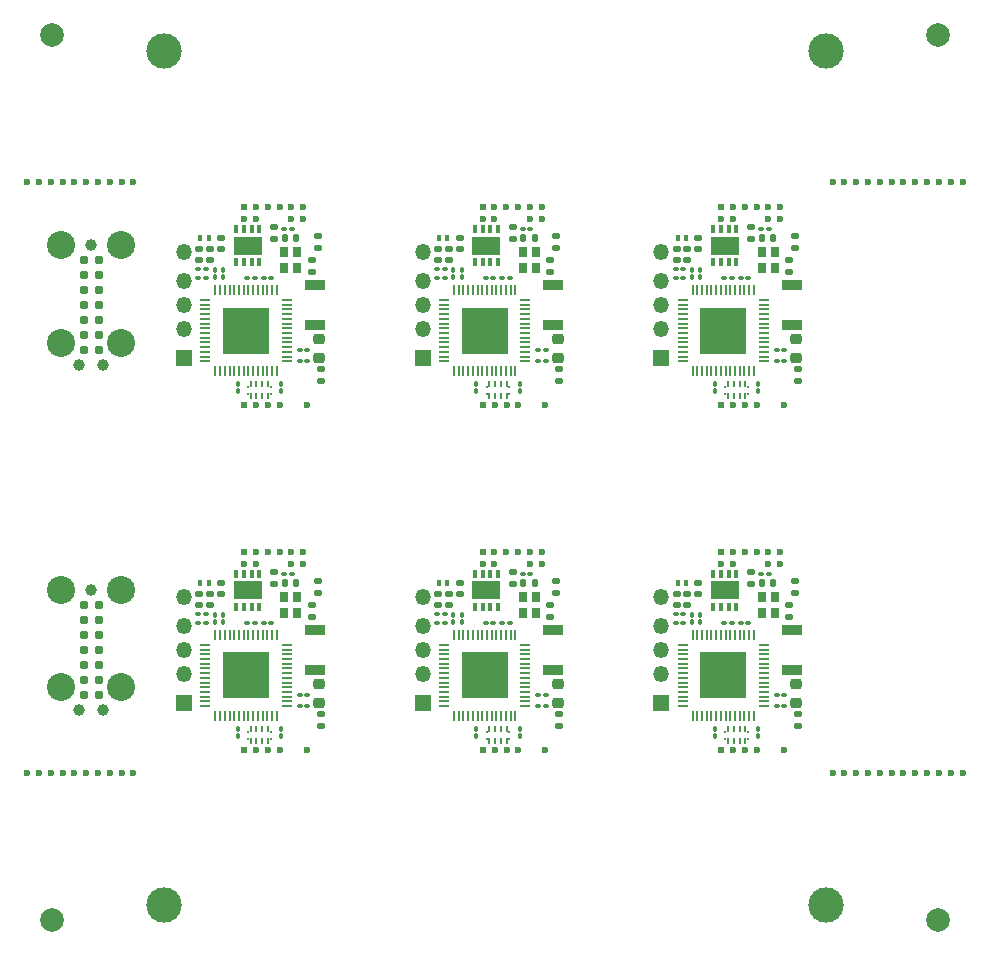
<source format=gts>
G04 #@! TF.GenerationSoftware,KiCad,Pcbnew,9.0.0-9.0.0-2~ubuntu24.04.1*
G04 #@! TF.CreationDate,2025-03-16T16:10:10-04:00*
G04 #@! TF.ProjectId,panel9,70616e65-6c39-42e6-9b69-6361645f7063,rev?*
G04 #@! TF.SameCoordinates,Original*
G04 #@! TF.FileFunction,Soldermask,Top*
G04 #@! TF.FilePolarity,Negative*
%FSLAX46Y46*%
G04 Gerber Fmt 4.6, Leading zero omitted, Abs format (unit mm)*
G04 Created by KiCad (PCBNEW 9.0.0-9.0.0-2~ubuntu24.04.1) date 2025-03-16 16:10:10*
%MOMM*%
%LPD*%
G01*
G04 APERTURE LIST*
G04 Aperture macros list*
%AMRoundRect*
0 Rectangle with rounded corners*
0 $1 Rounding radius*
0 $2 $3 $4 $5 $6 $7 $8 $9 X,Y pos of 4 corners*
0 Add a 4 corners polygon primitive as box body*
4,1,4,$2,$3,$4,$5,$6,$7,$8,$9,$2,$3,0*
0 Add four circle primitives for the rounded corners*
1,1,$1+$1,$2,$3*
1,1,$1+$1,$4,$5*
1,1,$1+$1,$6,$7*
1,1,$1+$1,$8,$9*
0 Add four rect primitives between the rounded corners*
20,1,$1+$1,$2,$3,$4,$5,0*
20,1,$1+$1,$4,$5,$6,$7,0*
20,1,$1+$1,$6,$7,$8,$9,0*
20,1,$1+$1,$8,$9,$2,$3,0*%
G04 Aperture macros list end*
%ADD10RoundRect,0.100000X-0.130000X-0.100000X0.130000X-0.100000X0.130000X0.100000X-0.130000X0.100000X0*%
%ADD11RoundRect,0.135000X0.185000X-0.135000X0.185000X0.135000X-0.185000X0.135000X-0.185000X-0.135000X0*%
%ADD12R,0.200000X0.600000*%
%ADD13R,0.200000X0.200000*%
%ADD14RoundRect,0.100000X0.130000X0.100000X-0.130000X0.100000X-0.130000X-0.100000X0.130000X-0.100000X0*%
%ADD15C,0.600000*%
%ADD16R,0.350000X0.650000*%
%ADD17R,2.350000X1.600000*%
%ADD18R,0.300000X0.500000*%
%ADD19RoundRect,0.050000X-0.387500X-0.050000X0.387500X-0.050000X0.387500X0.050000X-0.387500X0.050000X0*%
%ADD20RoundRect,0.050000X-0.050000X-0.387500X0.050000X-0.387500X0.050000X0.387500X-0.050000X0.387500X0*%
%ADD21R,4.000000X4.000000*%
%ADD22RoundRect,0.140000X-0.170000X0.140000X-0.170000X-0.140000X0.170000X-0.140000X0.170000X0.140000X0*%
%ADD23RoundRect,0.100000X0.100000X-0.130000X0.100000X0.130000X-0.100000X0.130000X-0.100000X-0.130000X0*%
%ADD24C,2.000000*%
%ADD25RoundRect,0.218750X-0.256250X0.218750X-0.256250X-0.218750X0.256250X-0.218750X0.256250X0.218750X0*%
%ADD26R,1.700000X0.900000*%
%ADD27RoundRect,0.100000X-0.100000X0.130000X-0.100000X-0.130000X0.100000X-0.130000X0.100000X0.130000X0*%
%ADD28R,0.600000X0.600000*%
%ADD29O,0.600000X0.600000*%
%ADD30R,1.350000X1.350000*%
%ADD31O,1.350000X1.350000*%
%ADD32RoundRect,0.140000X0.170000X-0.140000X0.170000X0.140000X-0.170000X0.140000X-0.170000X-0.140000X0*%
%ADD33C,3.000000*%
%ADD34R,0.800000X0.900000*%
%ADD35RoundRect,0.135000X-0.185000X0.135000X-0.185000X-0.135000X0.185000X-0.135000X0.185000X0.135000X0*%
%ADD36RoundRect,0.140000X-0.140000X-0.170000X0.140000X-0.170000X0.140000X0.170000X-0.140000X0.170000X0*%
%ADD37C,2.374900*%
%ADD38C,0.990600*%
%ADD39C,0.787400*%
G04 APERTURE END LIST*
D10*
G04 #@! TO.C,C11*
X43685000Y-58440000D03*
X44325000Y-58440000D03*
G04 #@! TD*
D11*
G04 #@! TO.C,R4*
X21310000Y-48980000D03*
X21310000Y-47960000D03*
G04 #@! TD*
D12*
G04 #@! TO.C,U4*
X19320000Y-33106117D03*
D13*
X19120000Y-32906117D03*
D12*
X19820000Y-33106117D03*
X20320000Y-33106117D03*
X20820000Y-33106117D03*
D13*
X21020000Y-32906117D03*
X21020000Y-32306117D03*
D12*
X20820000Y-32106117D03*
X20320000Y-32106117D03*
X19820000Y-32106117D03*
D13*
X19120000Y-32306117D03*
D12*
X19320000Y-32106117D03*
G04 #@! TD*
D14*
G04 #@! TO.C,C9*
X19660000Y-23080000D03*
X19020000Y-23080000D03*
G04 #@! TD*
D10*
G04 #@! TO.C,C11*
X63885000Y-29240000D03*
X64525000Y-29240000D03*
G04 #@! TD*
D15*
G04 #@! TO.C,*
X76600000Y-15000000D03*
G04 #@! TD*
D16*
G04 #@! TO.C,U1*
X38310000Y-21730000D03*
X38960000Y-21730000D03*
X39610000Y-21730000D03*
X40260000Y-21730000D03*
X40260000Y-18980000D03*
X39610000Y-18980000D03*
X38960000Y-18980000D03*
X38310000Y-18980000D03*
D17*
X39285000Y-20355000D03*
G04 #@! TD*
D14*
G04 #@! TO.C,C2*
X55950000Y-52285000D03*
X55310000Y-52285000D03*
G04 #@! TD*
D18*
G04 #@! TO.C,D1*
X56180000Y-48945000D03*
X55480000Y-48945000D03*
G04 #@! TD*
G04 #@! TO.C,D1*
X15780000Y-19745000D03*
X15080000Y-19745000D03*
G04 #@! TD*
D19*
G04 #@! TO.C,U2*
X35700000Y-24960000D03*
X35700000Y-25360000D03*
X35700000Y-25760000D03*
X35700000Y-26160000D03*
X35700000Y-26560000D03*
X35700000Y-26960000D03*
X35700000Y-27360000D03*
X35700000Y-27760000D03*
X35700000Y-28160000D03*
X35700000Y-28560000D03*
X35700000Y-28960000D03*
X35700000Y-29360000D03*
X35700000Y-29760000D03*
X35700000Y-30160000D03*
D20*
X36537500Y-30997500D03*
X36937500Y-30997500D03*
X37337500Y-30997500D03*
X37737500Y-30997500D03*
X38137500Y-30997500D03*
X38537500Y-30997500D03*
X38937500Y-30997500D03*
X39337500Y-30997500D03*
X39737500Y-30997500D03*
X40137500Y-30997500D03*
X40537500Y-30997500D03*
X40937500Y-30997500D03*
X41337500Y-30997500D03*
X41737500Y-30997500D03*
D19*
X42575000Y-30160000D03*
X42575000Y-29760000D03*
X42575000Y-29360000D03*
X42575000Y-28960000D03*
X42575000Y-28560000D03*
X42575000Y-28160000D03*
X42575000Y-27760000D03*
X42575000Y-27360000D03*
X42575000Y-26960000D03*
X42575000Y-26560000D03*
X42575000Y-26160000D03*
X42575000Y-25760000D03*
X42575000Y-25360000D03*
X42575000Y-24960000D03*
D20*
X41737500Y-24122500D03*
X41337500Y-24122500D03*
X40937500Y-24122500D03*
X40537500Y-24122500D03*
X40137500Y-24122500D03*
X39737500Y-24122500D03*
X39337500Y-24122500D03*
X38937500Y-24122500D03*
X38537500Y-24122500D03*
X38137500Y-24122500D03*
X37737500Y-24122500D03*
X37337500Y-24122500D03*
X36937500Y-24122500D03*
X36537500Y-24122500D03*
D21*
X39137500Y-27560000D03*
G04 #@! TD*
D10*
G04 #@! TO.C,C11*
X23485000Y-58440000D03*
X24125000Y-58440000D03*
G04 #@! TD*
D22*
G04 #@! TO.C,C16*
X16830000Y-19715000D03*
X16830000Y-20675000D03*
G04 #@! TD*
D10*
G04 #@! TO.C,C10*
X63870000Y-59350000D03*
X64510000Y-59350000D03*
G04 #@! TD*
D23*
G04 #@! TO.C,C8*
X36480000Y-52260000D03*
X36480000Y-51620000D03*
G04 #@! TD*
D10*
G04 #@! TO.C,C15*
X62560000Y-18930000D03*
X63200000Y-18930000D03*
G04 #@! TD*
D23*
G04 #@! TO.C,C7*
X57380000Y-52255000D03*
X57380000Y-51615000D03*
G04 #@! TD*
D24*
G04 #@! TO.C,KiKit_TO_1*
X2500000Y-2500000D03*
G04 #@! TD*
D14*
G04 #@! TO.C,C9*
X60060000Y-52280000D03*
X59420000Y-52280000D03*
G04 #@! TD*
D11*
G04 #@! TO.C,R1*
X45190000Y-49770000D03*
X45190000Y-48750000D03*
G04 #@! TD*
D25*
G04 #@! TO.C,D6*
X65520000Y-28312500D03*
X65520000Y-29887500D03*
G04 #@! TD*
D19*
G04 #@! TO.C,U2*
X15500000Y-24960000D03*
X15500000Y-25360000D03*
X15500000Y-25760000D03*
X15500000Y-26160000D03*
X15500000Y-26560000D03*
X15500000Y-26960000D03*
X15500000Y-27360000D03*
X15500000Y-27760000D03*
X15500000Y-28160000D03*
X15500000Y-28560000D03*
X15500000Y-28960000D03*
X15500000Y-29360000D03*
X15500000Y-29760000D03*
X15500000Y-30160000D03*
D20*
X16337500Y-30997500D03*
X16737500Y-30997500D03*
X17137500Y-30997500D03*
X17537500Y-30997500D03*
X17937500Y-30997500D03*
X18337500Y-30997500D03*
X18737500Y-30997500D03*
X19137500Y-30997500D03*
X19537500Y-30997500D03*
X19937500Y-30997500D03*
X20337500Y-30997500D03*
X20737500Y-30997500D03*
X21137500Y-30997500D03*
X21537500Y-30997500D03*
D19*
X22375000Y-30160000D03*
X22375000Y-29760000D03*
X22375000Y-29360000D03*
X22375000Y-28960000D03*
X22375000Y-28560000D03*
X22375000Y-28160000D03*
X22375000Y-27760000D03*
X22375000Y-27360000D03*
X22375000Y-26960000D03*
X22375000Y-26560000D03*
X22375000Y-26160000D03*
X22375000Y-25760000D03*
X22375000Y-25360000D03*
X22375000Y-24960000D03*
D20*
X21537500Y-24122500D03*
X21137500Y-24122500D03*
X20737500Y-24122500D03*
X20337500Y-24122500D03*
X19937500Y-24122500D03*
X19537500Y-24122500D03*
X19137500Y-24122500D03*
X18737500Y-24122500D03*
X18337500Y-24122500D03*
X17937500Y-24122500D03*
X17537500Y-24122500D03*
X17137500Y-24122500D03*
X16737500Y-24122500D03*
X16337500Y-24122500D03*
D21*
X18937500Y-27560000D03*
G04 #@! TD*
D15*
G04 #@! TO.C,REF\u002A\u002A*
X79600000Y-15000000D03*
G04 #@! TD*
D26*
G04 #@! TO.C,SW1*
X44950000Y-23700000D03*
X44950000Y-27100000D03*
G04 #@! TD*
D15*
G04 #@! TO.C,*
X75600000Y-15000000D03*
G04 #@! TD*
D14*
G04 #@! TO.C,C9*
X60060000Y-23080000D03*
X59420000Y-23080000D03*
G04 #@! TD*
D15*
G04 #@! TO.C,*
X72600000Y-15000000D03*
G04 #@! TD*
D14*
G04 #@! TO.C,C2*
X15550000Y-23085000D03*
X14910000Y-23085000D03*
G04 #@! TD*
D16*
G04 #@! TO.C,U1*
X18110000Y-50930000D03*
X18760000Y-50930000D03*
X19410000Y-50930000D03*
X20060000Y-50930000D03*
X20060000Y-48180000D03*
X19410000Y-48180000D03*
X18760000Y-48180000D03*
X18110000Y-48180000D03*
D17*
X19085000Y-49555000D03*
G04 #@! TD*
D26*
G04 #@! TO.C,SW1*
X65150000Y-52900000D03*
X65150000Y-56300000D03*
G04 #@! TD*
D27*
G04 #@! TO.C,C1*
X18220000Y-32070000D03*
X18220000Y-32710000D03*
G04 #@! TD*
D10*
G04 #@! TO.C,C10*
X43670000Y-30150000D03*
X44310000Y-30150000D03*
G04 #@! TD*
D14*
G04 #@! TO.C,C9*
X39860000Y-23080000D03*
X39220000Y-23080000D03*
G04 #@! TD*
G04 #@! TO.C,C2*
X35750000Y-23085000D03*
X35110000Y-23085000D03*
G04 #@! TD*
D24*
G04 #@! TO.C,KiKit_TO_3*
X2500000Y-77500000D03*
G04 #@! TD*
D28*
G04 #@! TO.C,J3*
X18790000Y-33900000D03*
D29*
X19790000Y-33900000D03*
X20790000Y-33900000D03*
X21790000Y-33900000D03*
G04 #@! TD*
D30*
G04 #@! TO.C,J1*
X54100000Y-29900000D03*
D31*
X54100000Y-27400000D03*
X54100000Y-25400000D03*
X54100000Y-23400000D03*
X54100000Y-20900000D03*
G04 #@! TD*
D19*
G04 #@! TO.C,U2*
X35700000Y-54160000D03*
X35700000Y-54560000D03*
X35700000Y-54960000D03*
X35700000Y-55360000D03*
X35700000Y-55760000D03*
X35700000Y-56160000D03*
X35700000Y-56560000D03*
X35700000Y-56960000D03*
X35700000Y-57360000D03*
X35700000Y-57760000D03*
X35700000Y-58160000D03*
X35700000Y-58560000D03*
X35700000Y-58960000D03*
X35700000Y-59360000D03*
D20*
X36537500Y-60197500D03*
X36937500Y-60197500D03*
X37337500Y-60197500D03*
X37737500Y-60197500D03*
X38137500Y-60197500D03*
X38537500Y-60197500D03*
X38937500Y-60197500D03*
X39337500Y-60197500D03*
X39737500Y-60197500D03*
X40137500Y-60197500D03*
X40537500Y-60197500D03*
X40937500Y-60197500D03*
X41337500Y-60197500D03*
X41737500Y-60197500D03*
D19*
X42575000Y-59360000D03*
X42575000Y-58960000D03*
X42575000Y-58560000D03*
X42575000Y-58160000D03*
X42575000Y-57760000D03*
X42575000Y-57360000D03*
X42575000Y-56960000D03*
X42575000Y-56560000D03*
X42575000Y-56160000D03*
X42575000Y-55760000D03*
X42575000Y-55360000D03*
X42575000Y-54960000D03*
X42575000Y-54560000D03*
X42575000Y-54160000D03*
D20*
X41737500Y-53322500D03*
X41337500Y-53322500D03*
X40937500Y-53322500D03*
X40537500Y-53322500D03*
X40137500Y-53322500D03*
X39737500Y-53322500D03*
X39337500Y-53322500D03*
X38937500Y-53322500D03*
X38537500Y-53322500D03*
X38137500Y-53322500D03*
X37737500Y-53322500D03*
X37337500Y-53322500D03*
X36937500Y-53322500D03*
X36537500Y-53322500D03*
D21*
X39137500Y-56760000D03*
G04 #@! TD*
D28*
G04 #@! TO.C,J3*
X38990000Y-33900000D03*
D29*
X39990000Y-33900000D03*
X40990000Y-33900000D03*
X41990000Y-33900000D03*
G04 #@! TD*
D15*
G04 #@! TO.C,J4*
X24070000Y-33900000D03*
G04 #@! TD*
G04 #@! TO.C,*
X70600000Y-65000000D03*
G04 #@! TD*
D23*
G04 #@! TO.C,C8*
X56680000Y-52260000D03*
X56680000Y-51620000D03*
G04 #@! TD*
D15*
G04 #@! TO.C,*
X8400000Y-15000000D03*
G04 #@! TD*
D10*
G04 #@! TO.C,C10*
X43670000Y-59350000D03*
X44310000Y-59350000D03*
G04 #@! TD*
D32*
G04 #@! TO.C,C18*
X24510000Y-22570000D03*
X24510000Y-21610000D03*
G04 #@! TD*
D10*
G04 #@! TO.C,C12*
X20420000Y-23080000D03*
X21060000Y-23080000D03*
G04 #@! TD*
G04 #@! TO.C,C12*
X20420000Y-52280000D03*
X21060000Y-52280000D03*
G04 #@! TD*
D15*
G04 #@! TO.C,*
X74600000Y-15000000D03*
G04 #@! TD*
D11*
G04 #@! TO.C,R4*
X41510000Y-48980000D03*
X41510000Y-47960000D03*
G04 #@! TD*
D14*
G04 #@! TO.C,C2*
X55950000Y-23085000D03*
X55310000Y-23085000D03*
G04 #@! TD*
D27*
G04 #@! TO.C,C1*
X38420000Y-61270000D03*
X38420000Y-61910000D03*
G04 #@! TD*
D33*
G04 #@! TO.C,KiKit_FID_T_2*
X68000000Y-3850000D03*
G04 #@! TD*
D30*
G04 #@! TO.C,J1*
X54100000Y-59100000D03*
D31*
X54100000Y-56600000D03*
X54100000Y-54600000D03*
X54100000Y-52600000D03*
X54100000Y-50100000D03*
G04 #@! TD*
D25*
G04 #@! TO.C,D6*
X45320000Y-28312500D03*
X45320000Y-29887500D03*
G04 #@! TD*
D15*
G04 #@! TO.C,*
X3400000Y-65000000D03*
G04 #@! TD*
D32*
G04 #@! TO.C,C4*
X14990000Y-21605000D03*
X14990000Y-20645000D03*
G04 #@! TD*
D25*
G04 #@! TO.C,D6*
X25120000Y-57512500D03*
X25120000Y-59087500D03*
G04 #@! TD*
D16*
G04 #@! TO.C,U1*
X38310000Y-50930000D03*
X38960000Y-50930000D03*
X39610000Y-50930000D03*
X40260000Y-50930000D03*
X40260000Y-48180000D03*
X39610000Y-48180000D03*
X38960000Y-48180000D03*
X38310000Y-48180000D03*
D17*
X39285000Y-49555000D03*
G04 #@! TD*
D27*
G04 #@! TO.C,C6*
X62320000Y-61260000D03*
X62320000Y-61900000D03*
G04 #@! TD*
D15*
G04 #@! TO.C,*
X3400000Y-15000000D03*
G04 #@! TD*
D30*
G04 #@! TO.C,J1*
X33900000Y-59100000D03*
D31*
X33900000Y-56600000D03*
X33900000Y-54600000D03*
X33900000Y-52600000D03*
X33900000Y-50100000D03*
G04 #@! TD*
D10*
G04 #@! TO.C,C15*
X42360000Y-48130000D03*
X43000000Y-48130000D03*
G04 #@! TD*
D27*
G04 #@! TO.C,C6*
X42120000Y-61260000D03*
X42120000Y-61900000D03*
G04 #@! TD*
D30*
G04 #@! TO.C,J1*
X13700000Y-29900000D03*
D31*
X13700000Y-27400000D03*
X13700000Y-25400000D03*
X13700000Y-23400000D03*
X13700000Y-20900000D03*
G04 #@! TD*
D11*
G04 #@! TO.C,R4*
X61710000Y-48980000D03*
X61710000Y-47960000D03*
G04 #@! TD*
D34*
G04 #@! TO.C,Y1*
X42390000Y-50100000D03*
X42390000Y-51500000D03*
X43490000Y-51500000D03*
X43490000Y-50100000D03*
G04 #@! TD*
D30*
G04 #@! TO.C,J1*
X33900000Y-29900000D03*
D31*
X33900000Y-27400000D03*
X33900000Y-25400000D03*
X33900000Y-23400000D03*
X33900000Y-20900000D03*
G04 #@! TD*
D18*
G04 #@! TO.C,D1*
X35980000Y-48945000D03*
X35280000Y-48945000D03*
G04 #@! TD*
D35*
G04 #@! TO.C,R11*
X65670000Y-60020000D03*
X65670000Y-61040000D03*
G04 #@! TD*
D10*
G04 #@! TO.C,C15*
X22160000Y-48130000D03*
X22800000Y-48130000D03*
G04 #@! TD*
D28*
G04 #@! TO.C,J3*
X38990000Y-63100000D03*
D29*
X39990000Y-63100000D03*
X40990000Y-63100000D03*
X41990000Y-63100000D03*
G04 #@! TD*
D12*
G04 #@! TO.C,U4*
X59720000Y-33106117D03*
D13*
X59520000Y-32906117D03*
D12*
X60220000Y-33106117D03*
X60720000Y-33106117D03*
X61220000Y-33106117D03*
D13*
X61420000Y-32906117D03*
X61420000Y-32306117D03*
D12*
X61220000Y-32106117D03*
X60720000Y-32106117D03*
X60220000Y-32106117D03*
D13*
X59520000Y-32306117D03*
D12*
X59720000Y-32106117D03*
G04 #@! TD*
D11*
G04 #@! TO.C,R1*
X24990000Y-49770000D03*
X24990000Y-48750000D03*
G04 #@! TD*
D15*
G04 #@! TO.C,J4*
X44270000Y-33900000D03*
G04 #@! TD*
D27*
G04 #@! TO.C,C6*
X21920000Y-32060000D03*
X21920000Y-32700000D03*
G04 #@! TD*
D32*
G04 #@! TO.C,C4*
X14990000Y-50805000D03*
X14990000Y-49845000D03*
G04 #@! TD*
D15*
G04 #@! TO.C,J4*
X44270000Y-63100000D03*
G04 #@! TD*
D26*
G04 #@! TO.C,SW1*
X44950000Y-52900000D03*
X44950000Y-56300000D03*
G04 #@! TD*
D23*
G04 #@! TO.C,C7*
X16980000Y-23055000D03*
X16980000Y-22415000D03*
G04 #@! TD*
D15*
G04 #@! TO.C,*
X78600000Y-15000000D03*
G04 #@! TD*
G04 #@! TO.C,*
X69600000Y-65000000D03*
G04 #@! TD*
D32*
G04 #@! TO.C,C4*
X35190000Y-21605000D03*
X35190000Y-20645000D03*
G04 #@! TD*
D35*
G04 #@! TO.C,R11*
X25270000Y-60020000D03*
X25270000Y-61040000D03*
G04 #@! TD*
D26*
G04 #@! TO.C,SW1*
X65150000Y-23700000D03*
X65150000Y-27100000D03*
G04 #@! TD*
D36*
G04 #@! TO.C,C19*
X42410000Y-48940000D03*
X43370000Y-48940000D03*
G04 #@! TD*
D23*
G04 #@! TO.C,C8*
X16280000Y-52260000D03*
X16280000Y-51620000D03*
G04 #@! TD*
D14*
G04 #@! TO.C,C3*
X15550000Y-22385000D03*
X14910000Y-22385000D03*
G04 #@! TD*
D15*
G04 #@! TO.C,*
X7400000Y-65000000D03*
G04 #@! TD*
D22*
G04 #@! TO.C,C16*
X37030000Y-48915000D03*
X37030000Y-49875000D03*
G04 #@! TD*
D10*
G04 #@! TO.C,C12*
X60820000Y-52280000D03*
X61460000Y-52280000D03*
G04 #@! TD*
D37*
G04 #@! TO.C,REF\u002A\u002A*
X8390000Y-20320000D03*
D38*
X5850000Y-20320000D03*
D37*
X3310000Y-20320000D03*
X8390000Y-28575000D03*
X3310000Y-28575000D03*
D38*
X6866000Y-30480000D03*
X4834000Y-30480000D03*
D39*
X5215000Y-21590000D03*
X5215000Y-22860000D03*
X5215000Y-24130000D03*
X5215000Y-25400000D03*
X5215000Y-26670000D03*
X5215000Y-27940000D03*
X5215000Y-29210000D03*
X6485000Y-29210000D03*
X6485000Y-27940000D03*
X6485000Y-26670000D03*
X6485000Y-25400000D03*
X6485000Y-24130000D03*
X6485000Y-22860000D03*
X6485000Y-21590000D03*
G04 #@! TD*
D14*
G04 #@! TO.C,C9*
X19660000Y-52280000D03*
X19020000Y-52280000D03*
G04 #@! TD*
D32*
G04 #@! TO.C,C18*
X44710000Y-51770000D03*
X44710000Y-50810000D03*
G04 #@! TD*
D10*
G04 #@! TO.C,C10*
X23470000Y-30150000D03*
X24110000Y-30150000D03*
G04 #@! TD*
D15*
G04 #@! TO.C,*
X4400000Y-65000000D03*
G04 #@! TD*
D33*
G04 #@! TO.C,KiKit_FID_T_3*
X12000000Y-76150000D03*
G04 #@! TD*
D10*
G04 #@! TO.C,C10*
X23470000Y-59350000D03*
X24110000Y-59350000D03*
G04 #@! TD*
D23*
G04 #@! TO.C,C8*
X16280000Y-23060000D03*
X16280000Y-22420000D03*
G04 #@! TD*
D14*
G04 #@! TO.C,C3*
X55950000Y-22385000D03*
X55310000Y-22385000D03*
G04 #@! TD*
D16*
G04 #@! TO.C,U1*
X58510000Y-21730000D03*
X59160000Y-21730000D03*
X59810000Y-21730000D03*
X60460000Y-21730000D03*
X60460000Y-18980000D03*
X59810000Y-18980000D03*
X59160000Y-18980000D03*
X58510000Y-18980000D03*
D17*
X59485000Y-20355000D03*
G04 #@! TD*
D25*
G04 #@! TO.C,D6*
X25120000Y-28312500D03*
X25120000Y-29887500D03*
G04 #@! TD*
D14*
G04 #@! TO.C,C9*
X39860000Y-52280000D03*
X39220000Y-52280000D03*
G04 #@! TD*
D23*
G04 #@! TO.C,C8*
X56680000Y-23060000D03*
X56680000Y-22420000D03*
G04 #@! TD*
G04 #@! TO.C,C7*
X57380000Y-23055000D03*
X57380000Y-22415000D03*
G04 #@! TD*
D15*
G04 #@! TO.C,*
X77600000Y-65000000D03*
G04 #@! TD*
D23*
G04 #@! TO.C,C8*
X36480000Y-23060000D03*
X36480000Y-22420000D03*
G04 #@! TD*
D10*
G04 #@! TO.C,C11*
X23485000Y-29240000D03*
X24125000Y-29240000D03*
G04 #@! TD*
G04 #@! TO.C,C15*
X42360000Y-18930000D03*
X43000000Y-18930000D03*
G04 #@! TD*
D27*
G04 #@! TO.C,C1*
X58620000Y-32070000D03*
X58620000Y-32710000D03*
G04 #@! TD*
D22*
G04 #@! TO.C,C16*
X16830000Y-48915000D03*
X16830000Y-49875000D03*
G04 #@! TD*
D32*
G04 #@! TO.C,C17*
X56310000Y-50805000D03*
X56310000Y-49845000D03*
G04 #@! TD*
D23*
G04 #@! TO.C,C7*
X16980000Y-52255000D03*
X16980000Y-51615000D03*
G04 #@! TD*
D27*
G04 #@! TO.C,C1*
X38420000Y-32070000D03*
X38420000Y-32710000D03*
G04 #@! TD*
D15*
G04 #@! TO.C,*
X7400000Y-15000000D03*
G04 #@! TD*
D14*
G04 #@! TO.C,C2*
X15550000Y-52285000D03*
X14910000Y-52285000D03*
G04 #@! TD*
D28*
G04 #@! TO.C,J3*
X59190000Y-63100000D03*
D29*
X60190000Y-63100000D03*
X61190000Y-63100000D03*
X62190000Y-63100000D03*
G04 #@! TD*
D22*
G04 #@! TO.C,C16*
X57230000Y-19715000D03*
X57230000Y-20675000D03*
G04 #@! TD*
D15*
G04 #@! TO.C,*
X400000Y-15000000D03*
G04 #@! TD*
D34*
G04 #@! TO.C,Y1*
X42390000Y-20900000D03*
X42390000Y-22300000D03*
X43490000Y-22300000D03*
X43490000Y-20900000D03*
G04 #@! TD*
D35*
G04 #@! TO.C,R11*
X45470000Y-60020000D03*
X45470000Y-61040000D03*
G04 #@! TD*
D22*
G04 #@! TO.C,C16*
X57230000Y-48915000D03*
X57230000Y-49875000D03*
G04 #@! TD*
D32*
G04 #@! TO.C,C18*
X64910000Y-51770000D03*
X64910000Y-50810000D03*
G04 #@! TD*
D15*
G04 #@! TO.C,*
X2400000Y-65000000D03*
G04 #@! TD*
G04 #@! TO.C,*
X2400000Y-15000000D03*
G04 #@! TD*
D12*
G04 #@! TO.C,U4*
X39520000Y-33106117D03*
D13*
X39320000Y-32906117D03*
D12*
X40020000Y-33106117D03*
X40520000Y-33106117D03*
X41020000Y-33106117D03*
D13*
X41220000Y-32906117D03*
X41220000Y-32306117D03*
D12*
X41020000Y-32106117D03*
X40520000Y-32106117D03*
X40020000Y-32106117D03*
D13*
X39320000Y-32306117D03*
D12*
X39520000Y-32106117D03*
G04 #@! TD*
D23*
G04 #@! TO.C,C7*
X37180000Y-52255000D03*
X37180000Y-51615000D03*
G04 #@! TD*
D14*
G04 #@! TO.C,C3*
X35750000Y-22385000D03*
X35110000Y-22385000D03*
G04 #@! TD*
D15*
G04 #@! TO.C,*
X5400000Y-15000000D03*
G04 #@! TD*
G04 #@! TO.C,*
X5400000Y-65000000D03*
G04 #@! TD*
D37*
G04 #@! TO.C,REF\u002A\u002A*
X8390000Y-49520000D03*
D38*
X5850000Y-49520000D03*
D37*
X3310000Y-49520000D03*
X8390000Y-57775000D03*
X3310000Y-57775000D03*
D38*
X6866000Y-59680000D03*
X4834000Y-59680000D03*
D39*
X5215000Y-50790000D03*
X5215000Y-52060000D03*
X5215000Y-53330000D03*
X5215000Y-54600000D03*
X5215000Y-55870000D03*
X5215000Y-57140000D03*
X5215000Y-58410000D03*
X6485000Y-58410000D03*
X6485000Y-57140000D03*
X6485000Y-55870000D03*
X6485000Y-54600000D03*
X6485000Y-53330000D03*
X6485000Y-52060000D03*
X6485000Y-50790000D03*
G04 #@! TD*
D19*
G04 #@! TO.C,U2*
X55900000Y-24960000D03*
X55900000Y-25360000D03*
X55900000Y-25760000D03*
X55900000Y-26160000D03*
X55900000Y-26560000D03*
X55900000Y-26960000D03*
X55900000Y-27360000D03*
X55900000Y-27760000D03*
X55900000Y-28160000D03*
X55900000Y-28560000D03*
X55900000Y-28960000D03*
X55900000Y-29360000D03*
X55900000Y-29760000D03*
X55900000Y-30160000D03*
D20*
X56737500Y-30997500D03*
X57137500Y-30997500D03*
X57537500Y-30997500D03*
X57937500Y-30997500D03*
X58337500Y-30997500D03*
X58737500Y-30997500D03*
X59137500Y-30997500D03*
X59537500Y-30997500D03*
X59937500Y-30997500D03*
X60337500Y-30997500D03*
X60737500Y-30997500D03*
X61137500Y-30997500D03*
X61537500Y-30997500D03*
X61937500Y-30997500D03*
D19*
X62775000Y-30160000D03*
X62775000Y-29760000D03*
X62775000Y-29360000D03*
X62775000Y-28960000D03*
X62775000Y-28560000D03*
X62775000Y-28160000D03*
X62775000Y-27760000D03*
X62775000Y-27360000D03*
X62775000Y-26960000D03*
X62775000Y-26560000D03*
X62775000Y-26160000D03*
X62775000Y-25760000D03*
X62775000Y-25360000D03*
X62775000Y-24960000D03*
D20*
X61937500Y-24122500D03*
X61537500Y-24122500D03*
X61137500Y-24122500D03*
X60737500Y-24122500D03*
X60337500Y-24122500D03*
X59937500Y-24122500D03*
X59537500Y-24122500D03*
X59137500Y-24122500D03*
X58737500Y-24122500D03*
X58337500Y-24122500D03*
X57937500Y-24122500D03*
X57537500Y-24122500D03*
X57137500Y-24122500D03*
X56737500Y-24122500D03*
D21*
X59337500Y-27560000D03*
G04 #@! TD*
D15*
G04 #@! TO.C,*
X6400000Y-65000000D03*
G04 #@! TD*
D32*
G04 #@! TO.C,C18*
X24510000Y-51770000D03*
X24510000Y-50810000D03*
G04 #@! TD*
D15*
G04 #@! TO.C,*
X68600000Y-65000000D03*
G04 #@! TD*
D25*
G04 #@! TO.C,D6*
X65520000Y-57512500D03*
X65520000Y-59087500D03*
G04 #@! TD*
D27*
G04 #@! TO.C,C1*
X18220000Y-61270000D03*
X18220000Y-61910000D03*
G04 #@! TD*
D15*
G04 #@! TO.C,*
X68600000Y-15000000D03*
G04 #@! TD*
D36*
G04 #@! TO.C,C19*
X22210000Y-19740000D03*
X23170000Y-19740000D03*
G04 #@! TD*
D15*
G04 #@! TO.C,J4*
X24070000Y-63100000D03*
G04 #@! TD*
D18*
G04 #@! TO.C,D1*
X15780000Y-48945000D03*
X15080000Y-48945000D03*
G04 #@! TD*
D14*
G04 #@! TO.C,C3*
X55950000Y-51585000D03*
X55310000Y-51585000D03*
G04 #@! TD*
D18*
G04 #@! TO.C,D1*
X56180000Y-19745000D03*
X55480000Y-19745000D03*
G04 #@! TD*
D35*
G04 #@! TO.C,R11*
X25270000Y-30820000D03*
X25270000Y-31840000D03*
G04 #@! TD*
D12*
G04 #@! TO.C,U4*
X19320000Y-62306117D03*
D13*
X19120000Y-62106117D03*
D12*
X19820000Y-62306117D03*
X20320000Y-62306117D03*
X20820000Y-62306117D03*
D13*
X21020000Y-62106117D03*
X21020000Y-61506117D03*
D12*
X20820000Y-61306117D03*
X20320000Y-61306117D03*
X19820000Y-61306117D03*
D13*
X19120000Y-61506117D03*
D12*
X19320000Y-61306117D03*
G04 #@! TD*
D15*
G04 #@! TO.C,J4*
X64470000Y-63100000D03*
G04 #@! TD*
G04 #@! TO.C,*
X6400000Y-15000000D03*
G04 #@! TD*
D11*
G04 #@! TO.C,R1*
X65390000Y-20570000D03*
X65390000Y-19550000D03*
G04 #@! TD*
D27*
G04 #@! TO.C,C1*
X58620000Y-61270000D03*
X58620000Y-61910000D03*
G04 #@! TD*
D32*
G04 #@! TO.C,C4*
X55390000Y-21605000D03*
X55390000Y-20645000D03*
G04 #@! TD*
D11*
G04 #@! TO.C,R4*
X61710000Y-19780000D03*
X61710000Y-18760000D03*
G04 #@! TD*
D28*
G04 #@! TO.C,J3*
X18790000Y-63100000D03*
D29*
X19790000Y-63100000D03*
X20790000Y-63100000D03*
X21790000Y-63100000D03*
G04 #@! TD*
D11*
G04 #@! TO.C,R1*
X65390000Y-49770000D03*
X65390000Y-48750000D03*
G04 #@! TD*
D32*
G04 #@! TO.C,C18*
X44710000Y-22570000D03*
X44710000Y-21610000D03*
G04 #@! TD*
G04 #@! TO.C,C17*
X36110000Y-50805000D03*
X36110000Y-49845000D03*
G04 #@! TD*
D25*
G04 #@! TO.C,D6*
X45320000Y-57512500D03*
X45320000Y-59087500D03*
G04 #@! TD*
D19*
G04 #@! TO.C,U2*
X15500000Y-54160000D03*
X15500000Y-54560000D03*
X15500000Y-54960000D03*
X15500000Y-55360000D03*
X15500000Y-55760000D03*
X15500000Y-56160000D03*
X15500000Y-56560000D03*
X15500000Y-56960000D03*
X15500000Y-57360000D03*
X15500000Y-57760000D03*
X15500000Y-58160000D03*
X15500000Y-58560000D03*
X15500000Y-58960000D03*
X15500000Y-59360000D03*
D20*
X16337500Y-60197500D03*
X16737500Y-60197500D03*
X17137500Y-60197500D03*
X17537500Y-60197500D03*
X17937500Y-60197500D03*
X18337500Y-60197500D03*
X18737500Y-60197500D03*
X19137500Y-60197500D03*
X19537500Y-60197500D03*
X19937500Y-60197500D03*
X20337500Y-60197500D03*
X20737500Y-60197500D03*
X21137500Y-60197500D03*
X21537500Y-60197500D03*
D19*
X22375000Y-59360000D03*
X22375000Y-58960000D03*
X22375000Y-58560000D03*
X22375000Y-58160000D03*
X22375000Y-57760000D03*
X22375000Y-57360000D03*
X22375000Y-56960000D03*
X22375000Y-56560000D03*
X22375000Y-56160000D03*
X22375000Y-55760000D03*
X22375000Y-55360000D03*
X22375000Y-54960000D03*
X22375000Y-54560000D03*
X22375000Y-54160000D03*
D20*
X21537500Y-53322500D03*
X21137500Y-53322500D03*
X20737500Y-53322500D03*
X20337500Y-53322500D03*
X19937500Y-53322500D03*
X19537500Y-53322500D03*
X19137500Y-53322500D03*
X18737500Y-53322500D03*
X18337500Y-53322500D03*
X17937500Y-53322500D03*
X17537500Y-53322500D03*
X17137500Y-53322500D03*
X16737500Y-53322500D03*
X16337500Y-53322500D03*
D21*
X18937500Y-56760000D03*
G04 #@! TD*
D34*
G04 #@! TO.C,Y1*
X62590000Y-20900000D03*
X62590000Y-22300000D03*
X63690000Y-22300000D03*
X63690000Y-20900000D03*
G04 #@! TD*
D26*
G04 #@! TO.C,SW1*
X24750000Y-23700000D03*
X24750000Y-27100000D03*
G04 #@! TD*
D33*
G04 #@! TO.C,KiKit_FID_T_4*
X68000000Y-76150000D03*
G04 #@! TD*
D35*
G04 #@! TO.C,R11*
X45470000Y-30820000D03*
X45470000Y-31840000D03*
G04 #@! TD*
D15*
G04 #@! TO.C,*
X8400000Y-65000000D03*
G04 #@! TD*
D34*
G04 #@! TO.C,Y1*
X22190000Y-50100000D03*
X22190000Y-51500000D03*
X23290000Y-51500000D03*
X23290000Y-50100000D03*
G04 #@! TD*
D16*
G04 #@! TO.C,U1*
X18110000Y-21730000D03*
X18760000Y-21730000D03*
X19410000Y-21730000D03*
X20060000Y-21730000D03*
X20060000Y-18980000D03*
X19410000Y-18980000D03*
X18760000Y-18980000D03*
X18110000Y-18980000D03*
D17*
X19085000Y-20355000D03*
G04 #@! TD*
D32*
G04 #@! TO.C,C17*
X15910000Y-50805000D03*
X15910000Y-49845000D03*
G04 #@! TD*
D15*
G04 #@! TO.C,*
X69600000Y-15000000D03*
G04 #@! TD*
D12*
G04 #@! TO.C,U4*
X39520000Y-62306117D03*
D13*
X39320000Y-62106117D03*
D12*
X40020000Y-62306117D03*
X40520000Y-62306117D03*
X41020000Y-62306117D03*
D13*
X41220000Y-62106117D03*
X41220000Y-61506117D03*
D12*
X41020000Y-61306117D03*
X40520000Y-61306117D03*
X40020000Y-61306117D03*
D13*
X39320000Y-61506117D03*
D12*
X39520000Y-61306117D03*
G04 #@! TD*
D34*
G04 #@! TO.C,Y1*
X22190000Y-20900000D03*
X22190000Y-22300000D03*
X23290000Y-22300000D03*
X23290000Y-20900000D03*
G04 #@! TD*
D36*
G04 #@! TO.C,C19*
X42410000Y-19740000D03*
X43370000Y-19740000D03*
G04 #@! TD*
D15*
G04 #@! TO.C,*
X76600000Y-65000000D03*
G04 #@! TD*
G04 #@! TO.C,*
X9400000Y-15000000D03*
G04 #@! TD*
D12*
G04 #@! TO.C,U4*
X59720000Y-62306117D03*
D13*
X59520000Y-62106117D03*
D12*
X60220000Y-62306117D03*
X60720000Y-62306117D03*
X61220000Y-62306117D03*
D13*
X61420000Y-62106117D03*
X61420000Y-61506117D03*
D12*
X61220000Y-61306117D03*
X60720000Y-61306117D03*
X60220000Y-61306117D03*
D13*
X59520000Y-61506117D03*
D12*
X59720000Y-61306117D03*
G04 #@! TD*
D34*
G04 #@! TO.C,Y1*
X62590000Y-50100000D03*
X62590000Y-51500000D03*
X63690000Y-51500000D03*
X63690000Y-50100000D03*
G04 #@! TD*
D15*
G04 #@! TO.C,*
X1400000Y-65000000D03*
G04 #@! TD*
D14*
G04 #@! TO.C,C3*
X15550000Y-51585000D03*
X14910000Y-51585000D03*
G04 #@! TD*
D15*
G04 #@! TO.C,*
X78600000Y-65000000D03*
G04 #@! TD*
D35*
G04 #@! TO.C,R11*
X65670000Y-30820000D03*
X65670000Y-31840000D03*
G04 #@! TD*
D10*
G04 #@! TO.C,C11*
X63885000Y-58440000D03*
X64525000Y-58440000D03*
G04 #@! TD*
D32*
G04 #@! TO.C,C17*
X56310000Y-21605000D03*
X56310000Y-20645000D03*
G04 #@! TD*
D36*
G04 #@! TO.C,C19*
X22210000Y-48940000D03*
X23170000Y-48940000D03*
G04 #@! TD*
D15*
G04 #@! TO.C,*
X73600000Y-15000000D03*
G04 #@! TD*
D10*
G04 #@! TO.C,C11*
X43685000Y-29240000D03*
X44325000Y-29240000D03*
G04 #@! TD*
D18*
G04 #@! TO.C,D1*
X35980000Y-19745000D03*
X35280000Y-19745000D03*
G04 #@! TD*
D15*
G04 #@! TO.C,*
X400000Y-65000000D03*
G04 #@! TD*
D10*
G04 #@! TO.C,C15*
X62560000Y-48130000D03*
X63200000Y-48130000D03*
G04 #@! TD*
G04 #@! TO.C,C15*
X22160000Y-18930000D03*
X22800000Y-18930000D03*
G04 #@! TD*
D22*
G04 #@! TO.C,C16*
X37030000Y-19715000D03*
X37030000Y-20675000D03*
G04 #@! TD*
D19*
G04 #@! TO.C,U2*
X55900000Y-54160000D03*
X55900000Y-54560000D03*
X55900000Y-54960000D03*
X55900000Y-55360000D03*
X55900000Y-55760000D03*
X55900000Y-56160000D03*
X55900000Y-56560000D03*
X55900000Y-56960000D03*
X55900000Y-57360000D03*
X55900000Y-57760000D03*
X55900000Y-58160000D03*
X55900000Y-58560000D03*
X55900000Y-58960000D03*
X55900000Y-59360000D03*
D20*
X56737500Y-60197500D03*
X57137500Y-60197500D03*
X57537500Y-60197500D03*
X57937500Y-60197500D03*
X58337500Y-60197500D03*
X58737500Y-60197500D03*
X59137500Y-60197500D03*
X59537500Y-60197500D03*
X59937500Y-60197500D03*
X60337500Y-60197500D03*
X60737500Y-60197500D03*
X61137500Y-60197500D03*
X61537500Y-60197500D03*
X61937500Y-60197500D03*
D19*
X62775000Y-59360000D03*
X62775000Y-58960000D03*
X62775000Y-58560000D03*
X62775000Y-58160000D03*
X62775000Y-57760000D03*
X62775000Y-57360000D03*
X62775000Y-56960000D03*
X62775000Y-56560000D03*
X62775000Y-56160000D03*
X62775000Y-55760000D03*
X62775000Y-55360000D03*
X62775000Y-54960000D03*
X62775000Y-54560000D03*
X62775000Y-54160000D03*
D20*
X61937500Y-53322500D03*
X61537500Y-53322500D03*
X61137500Y-53322500D03*
X60737500Y-53322500D03*
X60337500Y-53322500D03*
X59937500Y-53322500D03*
X59537500Y-53322500D03*
X59137500Y-53322500D03*
X58737500Y-53322500D03*
X58337500Y-53322500D03*
X57937500Y-53322500D03*
X57537500Y-53322500D03*
X57137500Y-53322500D03*
X56737500Y-53322500D03*
D21*
X59337500Y-56760000D03*
G04 #@! TD*
D10*
G04 #@! TO.C,C10*
X63870000Y-30150000D03*
X64510000Y-30150000D03*
G04 #@! TD*
G04 #@! TO.C,C12*
X60820000Y-23080000D03*
X61460000Y-23080000D03*
G04 #@! TD*
D15*
G04 #@! TO.C,*
X71600000Y-15000000D03*
G04 #@! TD*
G04 #@! TO.C,*
X70600000Y-15000000D03*
G04 #@! TD*
G04 #@! TO.C,J4*
X64470000Y-33900000D03*
G04 #@! TD*
D27*
G04 #@! TO.C,C6*
X62320000Y-32060000D03*
X62320000Y-32700000D03*
G04 #@! TD*
D24*
G04 #@! TO.C,KiKit_TO_4*
X77500000Y-77500000D03*
G04 #@! TD*
D32*
G04 #@! TO.C,C18*
X64910000Y-22570000D03*
X64910000Y-21610000D03*
G04 #@! TD*
D11*
G04 #@! TO.C,R1*
X45190000Y-20570000D03*
X45190000Y-19550000D03*
G04 #@! TD*
D33*
G04 #@! TO.C,KiKit_FID_T_1*
X12000000Y-3850000D03*
G04 #@! TD*
D27*
G04 #@! TO.C,C6*
X42120000Y-32060000D03*
X42120000Y-32700000D03*
G04 #@! TD*
D14*
G04 #@! TO.C,C3*
X35750000Y-51585000D03*
X35110000Y-51585000D03*
G04 #@! TD*
D23*
G04 #@! TO.C,C7*
X37180000Y-23055000D03*
X37180000Y-22415000D03*
G04 #@! TD*
D28*
G04 #@! TO.C,J3*
X59190000Y-33900000D03*
D29*
X60190000Y-33900000D03*
X61190000Y-33900000D03*
X62190000Y-33900000D03*
G04 #@! TD*
D26*
G04 #@! TO.C,SW1*
X24750000Y-52900000D03*
X24750000Y-56300000D03*
G04 #@! TD*
D15*
G04 #@! TO.C,*
X4400000Y-15000000D03*
G04 #@! TD*
G04 #@! TO.C,*
X74600000Y-65000000D03*
G04 #@! TD*
D36*
G04 #@! TO.C,C19*
X62610000Y-19740000D03*
X63570000Y-19740000D03*
G04 #@! TD*
D15*
G04 #@! TO.C,*
X9400000Y-65000000D03*
G04 #@! TD*
D11*
G04 #@! TO.C,R4*
X21310000Y-19780000D03*
X21310000Y-18760000D03*
G04 #@! TD*
D27*
G04 #@! TO.C,C6*
X21920000Y-61260000D03*
X21920000Y-61900000D03*
G04 #@! TD*
D24*
G04 #@! TO.C,KiKit_TO_2*
X77500000Y-2500000D03*
G04 #@! TD*
D32*
G04 #@! TO.C,C4*
X35190000Y-50805000D03*
X35190000Y-49845000D03*
G04 #@! TD*
D15*
G04 #@! TO.C,*
X1400000Y-15000000D03*
G04 #@! TD*
D14*
G04 #@! TO.C,C2*
X35750000Y-52285000D03*
X35110000Y-52285000D03*
G04 #@! TD*
D30*
G04 #@! TO.C,J1*
X13700000Y-59100000D03*
D31*
X13700000Y-56600000D03*
X13700000Y-54600000D03*
X13700000Y-52600000D03*
X13700000Y-50100000D03*
G04 #@! TD*
D32*
G04 #@! TO.C,C17*
X36110000Y-21605000D03*
X36110000Y-20645000D03*
G04 #@! TD*
D15*
G04 #@! TO.C,*
X77600000Y-15000000D03*
G04 #@! TD*
D10*
G04 #@! TO.C,C12*
X40620000Y-52280000D03*
X41260000Y-52280000D03*
G04 #@! TD*
D15*
G04 #@! TO.C,*
X75600000Y-65000000D03*
G04 #@! TD*
D32*
G04 #@! TO.C,C4*
X55390000Y-50805000D03*
X55390000Y-49845000D03*
G04 #@! TD*
D10*
G04 #@! TO.C,C12*
X40620000Y-23080000D03*
X41260000Y-23080000D03*
G04 #@! TD*
D11*
G04 #@! TO.C,R4*
X41510000Y-19780000D03*
X41510000Y-18760000D03*
G04 #@! TD*
D15*
G04 #@! TO.C,*
X71600000Y-65000000D03*
G04 #@! TD*
G04 #@! TO.C,*
X73600000Y-65000000D03*
G04 #@! TD*
D11*
G04 #@! TO.C,R1*
X24990000Y-20570000D03*
X24990000Y-19550000D03*
G04 #@! TD*
D16*
G04 #@! TO.C,U1*
X58510000Y-50930000D03*
X59160000Y-50930000D03*
X59810000Y-50930000D03*
X60460000Y-50930000D03*
X60460000Y-48180000D03*
X59810000Y-48180000D03*
X59160000Y-48180000D03*
X58510000Y-48180000D03*
D17*
X59485000Y-49555000D03*
G04 #@! TD*
D32*
G04 #@! TO.C,C17*
X15910000Y-21605000D03*
X15910000Y-20645000D03*
G04 #@! TD*
D36*
G04 #@! TO.C,C19*
X62610000Y-48940000D03*
X63570000Y-48940000D03*
G04 #@! TD*
D15*
G04 #@! TO.C,REF\u002A\u002A*
X79600000Y-65000000D03*
G04 #@! TD*
G04 #@! TO.C,*
X72600000Y-65000000D03*
G04 #@! TD*
D28*
G04 #@! TO.C,J2*
X18770000Y-17130000D03*
D29*
X18770000Y-18130000D03*
X19770000Y-17130000D03*
X19770000Y-18130000D03*
X20770000Y-17130000D03*
X21770000Y-17130000D03*
X22770000Y-17130000D03*
X22770000Y-18130000D03*
X23770000Y-17130000D03*
X23770000Y-18130000D03*
G04 #@! TD*
D28*
G04 #@! TO.C,J2*
X38970000Y-17130000D03*
D29*
X38970000Y-18130000D03*
X39970000Y-17130000D03*
X39970000Y-18130000D03*
X40970000Y-17130000D03*
X41970000Y-17130000D03*
X42970000Y-17130000D03*
X42970000Y-18130000D03*
X43970000Y-17130000D03*
X43970000Y-18130000D03*
G04 #@! TD*
D28*
G04 #@! TO.C,J2*
X38970000Y-46330000D03*
D29*
X38970000Y-47330000D03*
X39970000Y-46330000D03*
X39970000Y-47330000D03*
X40970000Y-46330000D03*
X41970000Y-46330000D03*
X42970000Y-46330000D03*
X42970000Y-47330000D03*
X43970000Y-46330000D03*
X43970000Y-47330000D03*
G04 #@! TD*
D28*
G04 #@! TO.C,J2*
X18770000Y-46330000D03*
D29*
X18770000Y-47330000D03*
X19770000Y-46330000D03*
X19770000Y-47330000D03*
X20770000Y-46330000D03*
X21770000Y-46330000D03*
X22770000Y-46330000D03*
X22770000Y-47330000D03*
X23770000Y-46330000D03*
X23770000Y-47330000D03*
G04 #@! TD*
D28*
G04 #@! TO.C,J2*
X59170000Y-17130000D03*
D29*
X59170000Y-18130000D03*
X60170000Y-17130000D03*
X60170000Y-18130000D03*
X61170000Y-17130000D03*
X62170000Y-17130000D03*
X63170000Y-17130000D03*
X63170000Y-18130000D03*
X64170000Y-17130000D03*
X64170000Y-18130000D03*
G04 #@! TD*
D28*
G04 #@! TO.C,J2*
X59170000Y-46330000D03*
D29*
X59170000Y-47330000D03*
X60170000Y-46330000D03*
X60170000Y-47330000D03*
X61170000Y-46330000D03*
X62170000Y-46330000D03*
X63170000Y-46330000D03*
X63170000Y-47330000D03*
X64170000Y-46330000D03*
X64170000Y-47330000D03*
G04 #@! TD*
M02*

</source>
